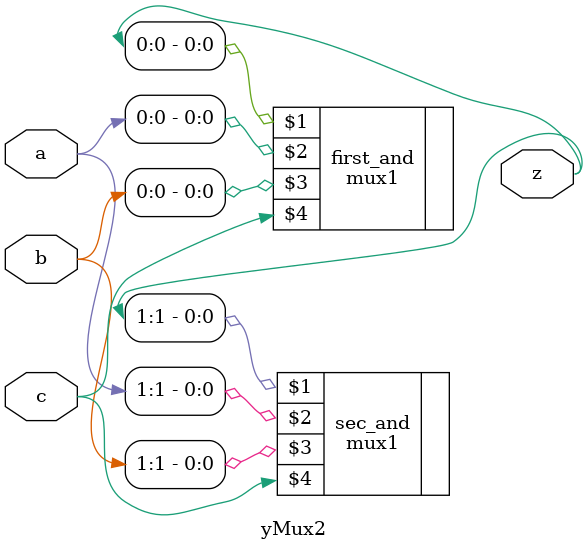
<source format=v>
`include "yMux1.v"

module yMux2(z, a, b, c);
    
    output [1:0] z;
    input [1:0] a, b;
    input c;
    mux1 first_and( z[0], a[0], b[0], c);
    mux1 sec_and( z[1], a[1], b[1], c);
endmodule
</source>
